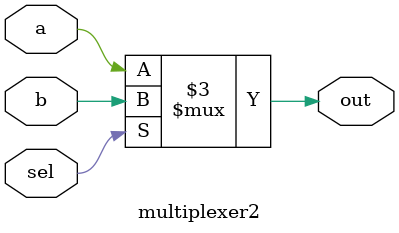
<source format=v>
module multiplexer2(a, b, sel, out);
	input a, b, sel;
	output out;
	reg out;
	
	always @ (a, b, sel) begin
		if (sel) out = b;
		else out = a;
	end
	
endmodule
</source>
